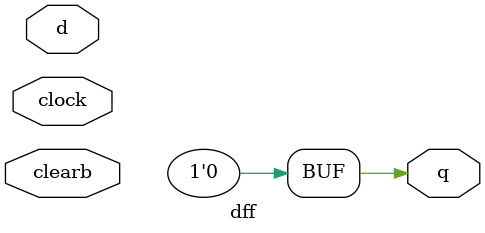
<source format=v>
`timescale 1ns/1ps

module dff(d, clearb, clock, q);
	input d, clearb, clock;
	output q;
	reg q;

	always @ (!clearb)
		begin
			q <= 1'b0;
		end
	
	always @ (posedge clock)
		begin
			if(!clearb) q <= d;
		end
endmodule
</source>
